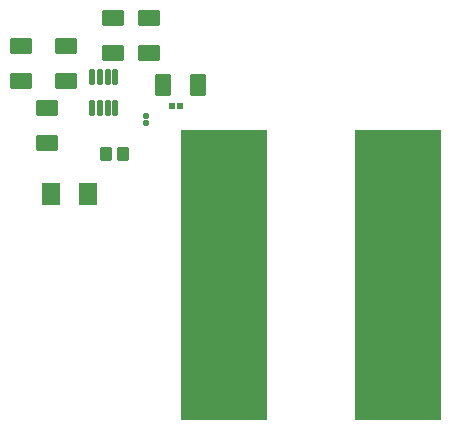
<source format=gts>
G04 Layer: TopSolderMaskLayer*
G04 EasyEDA v6.5.22, 2022-10-29 05:24:55*
G04 0d69cdd4dafa4356a4bc9da831f61fa8,b3227826631d40d5b2108dfee29276d7,10*
G04 Gerber Generator version 0.2*
G04 Scale: 100 percent, Rotated: No, Reflected: No *
G04 Dimensions in millimeters *
G04 leading zeros omitted , absolute positions ,4 integer and 5 decimal *
%FSLAX45Y45*%
%MOMM*%

%AMMACRO1*1,1,$1,$2,$3*1,1,$1,$4,$5*1,1,$1,0-$2,0-$3*1,1,$1,0-$4,0-$5*20,1,$1,$2,$3,$4,$5,0*20,1,$1,$4,$5,0-$2,0-$3,0*20,1,$1,0-$2,0-$3,0-$4,0-$5,0*20,1,$1,0-$4,0-$5,$2,$3,0*4,1,4,$2,$3,$4,$5,0-$2,0-$3,0-$4,0-$5,$2,$3,0*%
%ADD10MACRO1,0.1016X-0.7425X-0.864X-0.7425X0.864*%
%ADD11MACRO1,0.1016X0.7425X-0.864X0.7425X0.864*%
%ADD12MACRO1,0.1016X0.162X-0.1842X-0.162X-0.1842*%
%ADD13MACRO1,0.1016X0.162X0.1842X-0.162X0.1842*%
%ADD14MACRO1,0.2032X-0.4X0.45X0.4X0.45*%
%ADD15MACRO1,0.1016X-0.235X0.22X0.235X0.22*%
%ADD16MACRO1,0.1X-3.625X-12.25X3.625X-12.25*%
%ADD17MACRO1,0.1016X0.8505X-0.6038X-0.8505X-0.6038*%
%ADD18MACRO1,0.1016X0.8505X0.6038X-0.8505X0.6038*%
%ADD19MACRO1,0.1016X-0.6038X-0.8505X-0.6038X0.8505*%
%ADD20MACRO1,0.1016X0.6038X-0.8505X0.6038X0.8505*%
%ADD21MACRO1,0.1016X0.2X0.61X0.2X-0.61*%

%LPD*%
D10*
G01*
X883150Y2006600D03*
D11*
G01*
X564649Y2006600D03*
D12*
G01*
X1371600Y2669021D03*
D13*
G01*
X1371600Y2614178D03*
D14*
G01*
X1034900Y2349500D03*
G01*
X1174899Y2349500D03*
D15*
G01*
X1592097Y2755900D03*
G01*
X1659102Y2755900D03*
D16*
G01*
X2031103Y1320800D03*
G01*
X3506099Y1320800D03*
D17*
G01*
X317500Y3259376D03*
D18*
G01*
X317500Y2963623D03*
D17*
G01*
X533400Y2738676D03*
D18*
G01*
X533400Y2442923D03*
D17*
G01*
X698500Y3259376D03*
D18*
G01*
X698500Y2963623D03*
D19*
G01*
X1811576Y2933700D03*
D20*
G01*
X1515823Y2933700D03*
D17*
G01*
X1092200Y3500676D03*
D18*
G01*
X1092200Y3204923D03*
D17*
G01*
X1397000Y3500676D03*
D18*
G01*
X1397000Y3204923D03*
D21*
G01*
X918489Y2739213D03*
G01*
X983488Y2739213D03*
G01*
X1048486Y2739213D03*
G01*
X1113485Y2739213D03*
G01*
X1113485Y3001214D03*
G01*
X1048486Y3001214D03*
G01*
X983488Y3001214D03*
G01*
X918489Y3001214D03*
M02*

</source>
